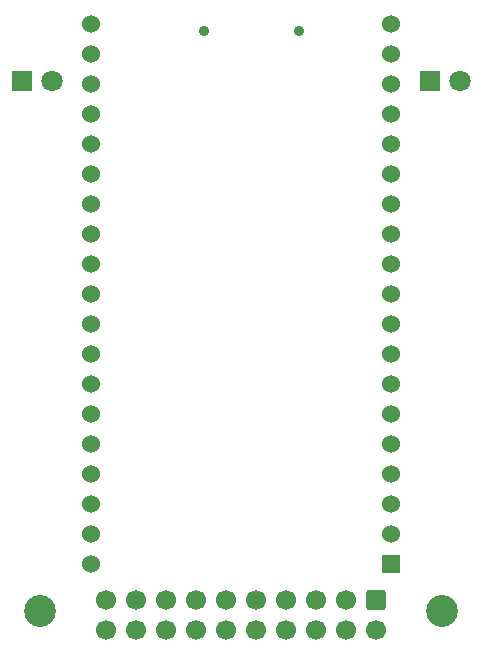
<source format=gbr>
%TF.GenerationSoftware,KiCad,Pcbnew,7.0.9*%
%TF.CreationDate,2024-01-05T00:29:13-06:00*%
%TF.ProjectId,FujiApple-DevKit-IDC-20,46756a69-4170-4706-9c65-2d4465764b69,1.0*%
%TF.SameCoordinates,Original*%
%TF.FileFunction,Soldermask,Bot*%
%TF.FilePolarity,Negative*%
%FSLAX46Y46*%
G04 Gerber Fmt 4.6, Leading zero omitted, Abs format (unit mm)*
G04 Created by KiCad (PCBNEW 7.0.9) date 2024-01-05 00:29:13*
%MOMM*%
%LPD*%
G01*
G04 APERTURE LIST*
G04 Aperture macros list*
%AMRoundRect*
0 Rectangle with rounded corners*
0 $1 Rounding radius*
0 $2 $3 $4 $5 $6 $7 $8 $9 X,Y pos of 4 corners*
0 Add a 4 corners polygon primitive as box body*
4,1,4,$2,$3,$4,$5,$6,$7,$8,$9,$2,$3,0*
0 Add four circle primitives for the rounded corners*
1,1,$1+$1,$2,$3*
1,1,$1+$1,$4,$5*
1,1,$1+$1,$6,$7*
1,1,$1+$1,$8,$9*
0 Add four rect primitives between the rounded corners*
20,1,$1+$1,$2,$3,$4,$5,0*
20,1,$1+$1,$4,$5,$6,$7,0*
20,1,$1+$1,$6,$7,$8,$9,0*
20,1,$1+$1,$8,$9,$2,$3,0*%
G04 Aperture macros list end*
%ADD10R,1.530000X1.530000*%
%ADD11C,1.530000*%
%ADD12C,2.700000*%
%ADD13RoundRect,0.250000X-0.600000X0.600000X-0.600000X-0.600000X0.600000X-0.600000X0.600000X0.600000X0*%
%ADD14C,1.700000*%
%ADD15R,1.800000X1.800000*%
%ADD16C,1.800000*%
%ADD17C,0.900000*%
G04 APERTURE END LIST*
D10*
%TO.C,U4*%
X167462200Y-123180000D03*
D11*
X167462200Y-120640000D03*
X167462200Y-118100000D03*
X167462200Y-115560000D03*
X167462200Y-113020000D03*
X167462200Y-110480000D03*
X167462200Y-107940000D03*
X167462200Y-105400000D03*
X167462200Y-102860000D03*
X167462200Y-100320000D03*
X167462200Y-97780000D03*
X167462200Y-95240000D03*
X167462200Y-92700000D03*
X167462200Y-90160000D03*
X167462200Y-87620000D03*
X167462200Y-85080000D03*
X167462200Y-82540000D03*
X167462200Y-80000000D03*
X167462200Y-77460000D03*
X142062200Y-77460000D03*
X142062200Y-80000000D03*
X142062200Y-82540000D03*
X142062200Y-85080000D03*
X142062200Y-87620000D03*
X142062200Y-90160000D03*
X142062200Y-92700000D03*
X142062200Y-95240000D03*
X142062200Y-97780000D03*
X142062200Y-100320000D03*
X142062200Y-102860000D03*
X142062200Y-105400000D03*
X142062200Y-107940000D03*
X142062200Y-110480000D03*
X142062200Y-113020000D03*
X142062200Y-115560000D03*
X142062200Y-118100000D03*
X142062200Y-120640000D03*
X142062200Y-123180000D03*
%TD*%
D12*
%TO.C,H2*%
X171831000Y-127127000D03*
%TD*%
D13*
%TO.C,J1*%
X166203000Y-126238000D03*
D14*
X166203000Y-128778000D03*
X163663000Y-126238000D03*
X163663000Y-128778000D03*
X161123000Y-126238000D03*
X161123000Y-128778000D03*
X158583000Y-126238000D03*
X158583000Y-128778000D03*
X156043000Y-126238000D03*
X156043000Y-128778000D03*
X153503000Y-126238000D03*
X153503000Y-128778000D03*
X150963000Y-126238000D03*
X150963000Y-128778000D03*
X148423000Y-126238000D03*
X148423000Y-128778000D03*
X145883000Y-126238000D03*
X145883000Y-128778000D03*
X143343000Y-126238000D03*
X143343000Y-128778000D03*
%TD*%
D12*
%TO.C,H1*%
X137795000Y-127127000D03*
%TD*%
D15*
%TO.C,D1*%
X170815000Y-82296000D03*
D16*
X173355000Y-82296000D03*
%TD*%
D17*
%TO.C,P1*%
X159686800Y-78000000D03*
X151686800Y-78000000D03*
%TD*%
D15*
%TO.C,D2*%
X136271000Y-82296000D03*
D16*
X138811000Y-82296000D03*
%TD*%
M02*

</source>
